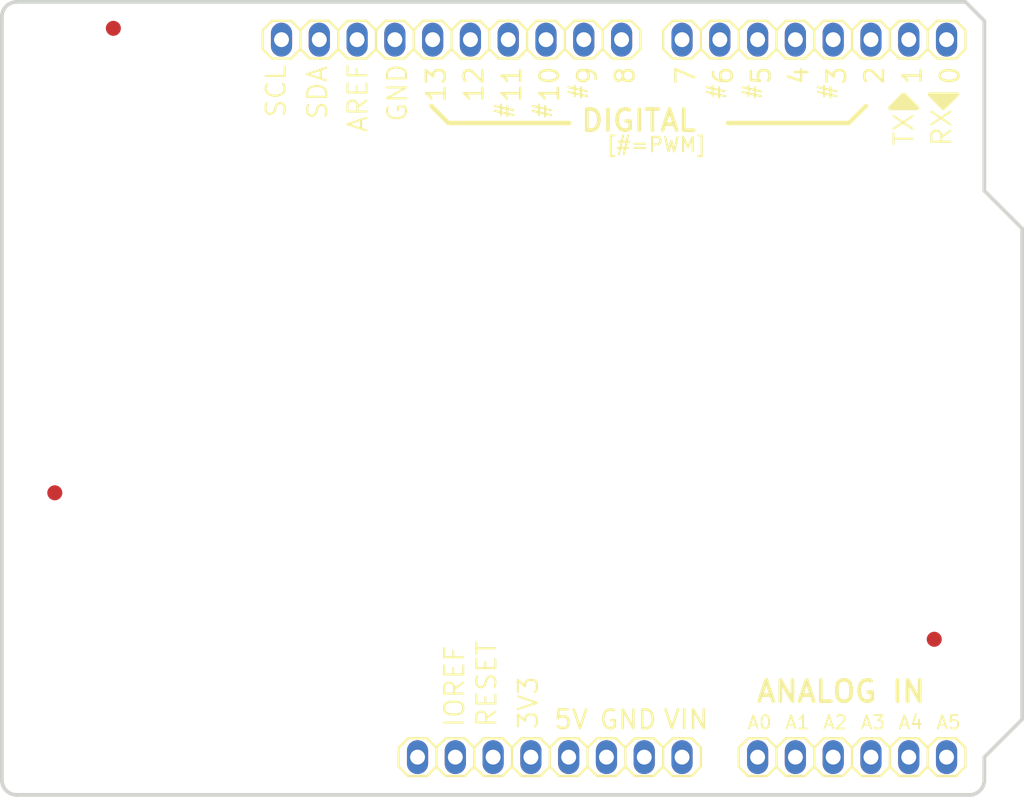
<source format=kicad_pcb>
(kicad_pcb (version 20241229) (generator "pcbnew") (generator_version "9.0")
  (layers (0 "F.Cu" signal) (2 "B.Cu" signal) (13 "F.Paste" user) (15 "B.Paste" user) (5 "F.SilkS" user "F.Silkscreen") (7 "B.SilkS" user "B.Silkscreen") (1 "F.Mask" user) (3 "B.Mask" user) (25 "Edge.Cuts" user))
  (net 0 "")
  (net 1 "/A5")
  (net 2 "/GND")
  (net 3 "/A3")
  (net 4 "/A0")
  (net 5 "/A2")
  (net 6 "/A4")
  (net 7 "/+5V")
  (net 9 "/RESET")
  (net 10 "/IOREF")
  (net 11 "/+3V3")
  (net 12 "/VIN")
  (net 13 "/A1")
  (net 14 "/D10~")
  (net 15 "/D18{slash}SDA")
  (net 16 "/D13")
  (net 17 "/D19{slash}SCL")
  (net 18 "/D11~")
  (net 19 "/D9~")
  (net 20 "/D12")
  (net 21 "/AREF")
  (net 22 "/D8")
  (net 23 "/D7")
  (net 24 "/D0{slash}RX")
  (net 25 "/D3~")
  (net 26 "/D4")
  (net 27 "/D2")
  (net 28 "/D5~")
  (net 29 "/D1{slash}TX")
  (net 30 "/D6~")
  (footprint "Arduino-Ethernet-Shield2-V2:dummyfp2" (layer "F.Cu") (at 86.24 34.327)
    (property "Reference" "UNK_HOLE_2" (hide yes))
    (property "Value" "")
    (pad "" np_thru_hole circle (at 0 0) (size 3.2 3.2) (drill 3.2) (layers "*.Cu" "*.Mask"))
  )
  (footprint "arduino_shield:1X08-TH-PRESSFIT" (layer "F.Cu") (at 125.61 34.2 180)
    (property "Reference" "IOL0" (hide yes))
    (property "Value" "SSQ-108-04-F-S" (hide yes))
    (fp_line (start 10.16 0.635) (end 9.525 1.27) (stroke (width 0.1524)) (layer "F.SilkS"))
    (fp_line (start 10.16 -0.635) (end 10.16 0.635) (stroke (width 0.1524)) (layer "F.SilkS"))
    (fp_line (start 9.525 1.27) (end 8.255 1.27) (stroke (width 0.1524)) (layer "F.SilkS"))
    (fp_line (start 9.525 -1.27) (end 10.16 -0.635) (stroke (width 0.1524)) (layer "F.SilkS"))
    (fp_line (start 8.255 -1.27) (end 9.525 -1.27) (stroke (width 0.1524)) (layer "F.SilkS"))
    (fp_line (start 8.255 -1.27) (end 7.62 -0.635) (stroke (width 0.1524)) (layer "F.SilkS"))
    (fp_line (start 7.62 0.635) (end 8.255 1.27) (stroke (width 0.1524)) (layer "F.SilkS"))
    (fp_line (start 7.62 0.635) (end 6.985 1.27) (stroke (width 0.1524)) (layer "F.SilkS"))
    (fp_line (start 7.62 -0.635) (end 7.62 0.635) (stroke (width 0.1524)) (layer "F.SilkS"))
    (fp_line (start 6.985 1.27) (end 5.715 1.27) (stroke (width 0.1524)) (layer "F.SilkS"))
    (fp_line (start 6.985 -1.27) (end 7.62 -0.635) (stroke (width 0.1524)) (layer "F.SilkS"))
    (fp_line (start 5.715 -1.27) (end 6.985 -1.27) (stroke (width 0.1524)) (layer "F.SilkS"))
    (fp_line (start 5.715 -1.27) (end 5.08 -0.635) (stroke (width 0.1524)) (layer "F.SilkS"))
    (fp_line (start 5.08 0.635) (end 5.715 1.27) (stroke (width 0.1524)) (layer "F.SilkS"))
    (fp_line (start 5.08 0.635) (end 4.445 1.27) (stroke (width 0.1524)) (layer "F.SilkS"))
    (fp_line (start 5.08 -0.635) (end 5.08 0.635) (stroke (width 0.1524)) (layer "F.SilkS"))
    (fp_line (start 4.445 1.27) (end 3.175 1.27) (stroke (width 0.1524)) (layer "F.SilkS"))
    (fp_line (start 4.445 -1.27) (end 5.08 -0.635) (stroke (width 0.1524)) (layer "F.SilkS"))
    (fp_line (start 3.175 1.27) (end 2.54 0.635) (stroke (width 0.1524)) (layer "F.SilkS"))
    (fp_line (start 3.175 -1.27) (end 4.445 -1.27) (stroke (width 0.1524)) (layer "F.SilkS"))
    (fp_line (start 2.54 0.635) (end 1.905 1.27) (stroke (width 0.1524)) (layer "F.SilkS"))
    (fp_line (start 2.54 -0.635) (end 3.175 -1.27) (stroke (width 0.1524)) (layer "F.SilkS"))
    (fp_line (start 2.54 -0.635) (end 2.54 0.635) (stroke (width 0.1524)) (layer "F.SilkS"))
    (fp_line (start 1.905 1.27) (end 0.635 1.27) (stroke (width 0.1524)) (layer "F.SilkS"))
    (fp_line (start 1.905 -1.27) (end 2.54 -0.635) (stroke (width 0.1524)) (layer "F.SilkS"))
    (fp_line (start 0.635 1.27) (end 0 0.635) (stroke (width 0.1524)) (layer "F.SilkS"))
    (fp_line (start 0.635 -1.27) (end 1.905 -1.27) (stroke (width 0.1524)) (layer "F.SilkS"))
    (fp_line (start 0 0.635) (end -0.635 1.27) (stroke (width 0.1524)) (layer "F.SilkS"))
    (fp_line (start 0 -0.635) (end 0.635 -1.27) (stroke (width 0.1524)) (layer "F.SilkS"))
    (fp_line (start 0 -0.635) (end 0 0.635) (stroke (width 0.1524)) (layer "F.SilkS"))
    (fp_line (start -0.635 1.27) (end -1.905 1.27) (stroke (width 0.1524)) (layer "F.SilkS"))
    (fp_line (start -0.635 -1.27) (end 0 -0.635) (stroke (width 0.1524)) (layer "F.SilkS"))
    (fp_line (start -1.905 -1.27) (end -0.635 -1.27) (stroke (width 0.1524)) (layer "F.SilkS"))
    (fp_line (start -1.905 -1.27) (end -2.54 -0.635) (stroke (width 0.1524)) (layer "F.SilkS"))
    (fp_line (start -2.54 0.635) (end -1.905 1.27) (stroke (width 0.1524)) (layer "F.SilkS"))
    (fp_line (start -2.54 0.635) (end -3.175 1.27) (stroke (width 0.1524)) (layer "F.SilkS"))
    (fp_line (start -2.54 -0.635) (end -2.54 0.635) (stroke (width 0.1524)) (layer "F.SilkS"))
    (fp_line (start -3.175 1.27) (end -4.445 1.27) (stroke (width 0.1524)) (layer "F.SilkS"))
    (fp_line (start -3.175 -1.27) (end -2.54 -0.635) (stroke (width 0.1524)) (layer "F.SilkS"))
    (fp_line (start -4.445 1.27) (end -5.08 0.635) (stroke (width 0.1524)) (layer "F.SilkS"))
    (fp_line (start -4.445 -1.27) (end -3.175 -1.27) (stroke (width 0.1524)) (layer "F.SilkS"))
    (fp_line (start -5.08 0.635) (end -5.715 1.27) (stroke (width 0.1524)) (layer "F.SilkS"))
    (fp_line (start -5.08 -0.635) (end -4.445 -1.27) (stroke (width 0.1524)) (layer "F.SilkS"))
    (fp_line (start -5.08 -0.635) (end -5.08 0.635) (stroke (width 0.1524)) (layer "F.SilkS"))
    (fp_line (start -5.715 1.27) (end -6.985 1.27) (stroke (width 0.1524)) (layer "F.SilkS"))
    (fp_line (start -5.715 -1.27) (end -5.08 -0.635) (stroke (width 0.1524)) (layer "F.SilkS"))
    (fp_line (start -6.985 1.27) (end -7.62 0.635) (stroke (width 0.1524)) (layer "F.SilkS"))
    (fp_line (start -6.985 -1.27) (end -5.715 -1.27) (stroke (width 0.1524)) (layer "F.SilkS"))
    (fp_line (start -7.62 0.635) (end -8.255 1.27) (stroke (width 0.1524)) (layer "F.SilkS"))
    (fp_line (start -7.62 -0.635) (end -6.985 -1.27) (stroke (width 0.1524)) (layer "F.SilkS"))
    (fp_line (start -7.62 -0.635) (end -7.62 0.635) (stroke (width 0.1524)) (layer "F.SilkS"))
    (fp_line (start -8.255 1.27) (end -9.525 1.27) (stroke (width 0.1524)) (layer "F.SilkS"))
    (fp_line (start -8.255 -1.27) (end -7.62 -0.635) (stroke (width 0.1524)) (layer "F.SilkS"))
    (fp_line (start -9.525 -1.27) (end -8.255 -1.27) (stroke (width 0.1524)) (layer "F.SilkS"))
    (fp_line (start -9.525 -1.27) (end -10.16 -0.635) (stroke (width 0.1524)) (layer "F.SilkS"))
    (fp_line (start -10.16 0.635) (end -9.525 1.27) (stroke (width 0.1524)) (layer "F.SilkS"))
    (fp_line (start -10.16 -0.635) (end -10.16 0.635) (stroke (width 0.1524)) (layer "F.SilkS"))
    (pad "1" thru_hole oval (at -8.89 0 270) (size 2.27584 1.4224) (drill 1) (layers "*.Cu" "*.Mask") (net 24 "/D0{slash}RX"))
    (pad "2" thru_hole oval (at -6.35 0 270) (size 2.27584 1.4224) (drill 1) (layers "*.Cu" "*.Mask") (net 29 "/D1{slash}TX"))
    (pad "3" thru_hole oval (at -3.81 0 270) (size 2.27584 1.4224) (drill 1) (layers "*.Cu" "*.Mask") (net 27 "/D2"))
    (pad "4" thru_hole oval (at -1.27 0 270) (size 2.27584 1.4224) (drill 1) (layers "*.Cu" "*.Mask") (net 25 "/D3~"))
    (pad "5" thru_hole oval (at 1.27 0 270) (size 2.27584 1.4224) (drill 1) (layers "*.Cu" "*.Mask") (net 26 "/D4"))
    (pad "6" thru_hole oval (at 3.81 0 270) (size 2.27584 1.4224) (drill 1) (layers "*.Cu" "*.Mask") (net 28 "/D5~"))
    (pad "7" thru_hole oval (at 6.35 0 270) (size 2.27584 1.4224) (drill 1) (layers "*.Cu" "*.Mask") (net 30 "/D6~"))
    (pad "8" thru_hole oval (at 8.89 0 270) (size 2.27584 1.4224) (drill 1) (layers "*.Cu" "*.Mask") (net 23 "/D7"))
  )
  (footprint "Arduino-Ethernet-Shield2-V2:FIDUCIA-MOUNT" (layer "F.Cu") (at 78.493 33.438)
    (property "Reference" "FID3" (hide yes))
    (property "Value" "FIDUCIALMOUNT" (hide yes))
    (pad "P$1" smd roundrect (at 0 0) (size 1.016 1.016) (layers "F.Cu" "F.Mask" "F.Paste") (roundrect_rratio 0.5))
  )
  (footprint "Arduino-Ethernet-Shield2-V2:dummyfp0" (layer "F.Cu") (at 137.04 49.44)
    (property "Reference" "UNK_HOLE_0" (hide yes))
    (property "Value" "")
    (pad "" np_thru_hole circle (at 0 0) (size 3.2 3.2) (drill 3.2) (layers "*.Cu" "*.Mask"))
  )
  (footprint "Arduino-Ethernet-Shield2-V2:dummyfp1" (layer "F.Cu") (at 137.04 77.38)
    (property "Reference" "UNK_HOLE_1" (hide yes))
    (property "Value" "")
    (pad "" np_thru_hole circle (at 0 0) (size 3.2 3.2) (drill 3.2) (layers "*.Cu" "*.Mask"))
  )
  (footprint "Arduino-Ethernet-Shield2-V2:FIDUCIA-MOUNT" (layer "F.Cu") (at 133.674 74.532)
    (property "Reference" "FID2" (hide yes))
    (property "Value" "FIDUCIALMOUNT" (hide yes))
    (pad "P$1" smd roundrect (at 0 0) (size 1.016 1.016) (layers "F.Cu" "F.Mask" "F.Paste") (roundrect_rratio 0.5))
  )
  (footprint "Arduino-Ethernet-Shield2-V2:FIDUCIA-MOUNT" (layer "F.Cu") (at 74.556 64.68)
    (property "Reference" "FID4" (hide yes))
    (property "Value" "FIDUCIALMOUNT" (hide yes))
    (pad "P$1" smd roundrect (at 0 0) (size 1.016 1.016) (layers "F.Cu" "F.Mask" "F.Paste") (roundrect_rratio 0.5))
  )
  (footprint "arduino_shield:1X08-TH-PRESSFIT" (layer "F.Cu") (at 107.83 82.46 180)
    (property "Reference" "POWER0" (hide yes))
    (property "Value" "SSQ-108-04-F-S" (hide yes))
    (fp_line (start 10.16 0.635) (end 9.525 1.27) (stroke (width 0.1524)) (layer "F.SilkS"))
    (fp_line (start 10.16 -0.635) (end 10.16 0.635) (stroke (width 0.1524)) (layer "F.SilkS"))
    (fp_line (start 9.525 1.27) (end 8.255 1.27) (stroke (width 0.1524)) (layer "F.SilkS"))
    (fp_line (start 9.525 -1.27) (end 10.16 -0.635) (stroke (width 0.1524)) (layer "F.SilkS"))
    (fp_line (start 8.255 -1.27) (end 9.525 -1.27) (stroke (width 0.1524)) (layer "F.SilkS"))
    (fp_line (start 8.255 -1.27) (end 7.62 -0.635) (stroke (width 0.1524)) (layer "F.SilkS"))
    (fp_line (start 7.62 0.635) (end 8.255 1.27) (stroke (width 0.1524)) (layer "F.SilkS"))
    (fp_line (start 7.62 0.635) (end 6.985 1.27) (stroke (width 0.1524)) (layer "F.SilkS"))
    (fp_line (start 7.62 -0.635) (end 7.62 0.635) (stroke (width 0.1524)) (layer "F.SilkS"))
    (fp_line (start 6.985 1.27) (end 5.715 1.27) (stroke (width 0.1524)) (layer "F.SilkS"))
    (fp_line (start 6.985 -1.27) (end 7.62 -0.635) (stroke (width 0.1524)) (layer "F.SilkS"))
    (fp_line (start 5.715 -1.27) (end 6.985 -1.27) (stroke (width 0.1524)) (layer "F.SilkS"))
    (fp_line (start 5.715 -1.27) (end 5.08 -0.635) (stroke (width 0.1524)) (layer "F.SilkS"))
    (fp_line (start 5.08 0.635) (end 5.715 1.27) (stroke (width 0.1524)) (layer "F.SilkS"))
    (fp_line (start 5.08 0.635) (end 4.445 1.27) (stroke (width 0.1524)) (layer "F.SilkS"))
    (fp_line (start 5.08 -0.635) (end 5.08 0.635) (stroke (width 0.1524)) (layer "F.SilkS"))
    (fp_line (start 4.445 1.27) (end 3.175 1.27) (stroke (width 0.1524)) (layer "F.SilkS"))
    (fp_line (start 4.445 -1.27) (end 5.08 -0.635) (stroke (width 0.1524)) (layer "F.SilkS"))
    (fp_line (start 3.175 1.27) (end 2.54 0.635) (stroke (width 0.1524)) (layer "F.SilkS"))
    (fp_line (start 3.175 -1.27) (end 4.445 -1.27) (stroke (width 0.1524)) (layer "F.SilkS"))
    (fp_line (start 2.54 0.635) (end 1.905 1.27) (stroke (width 0.1524)) (layer "F.SilkS"))
    (fp_line (start 2.54 -0.635) (end 3.175 -1.27) (stroke (width 0.1524)) (layer "F.SilkS"))
    (fp_line (start 2.54 -0.635) (end 2.54 0.635) (stroke (width 0.1524)) (layer "F.SilkS"))
    (fp_line (start 1.905 1.27) (end 0.635 1.27) (stroke (width 0.1524)) (layer "F.SilkS"))
    (fp_line (start 1.905 -1.27) (end 2.54 -0.635) (stroke (width 0.1524)) (layer "F.SilkS"))
    (fp_line (start 0.635 1.27) (end 0 0.635) (stroke (width 0.1524)) (layer "F.SilkS"))
    (fp_line (start 0.635 -1.27) (end 1.905 -1.27) (stroke (width 0.1524)) (layer "F.SilkS"))
    (fp_line (start 0 0.635) (end -0.635 1.27) (stroke (width 0.1524)) (layer "F.SilkS"))
    (fp_line (start 0 -0.635) (end 0.635 -1.27) (stroke (width 0.1524)) (layer "F.SilkS"))
    (fp_line (start 0 -0.635) (end 0 0.635) (stroke (width 0.1524)) (layer "F.SilkS"))
    (fp_line (start -0.635 1.27) (end -1.905 1.27) (stroke (width 0.1524)) (layer "F.SilkS"))
    (fp_line (start -0.635 -1.27) (end 0 -0.635) (stroke (width 0.1524)) (layer "F.SilkS"))
    (fp_line (start -1.905 -1.27) (end -0.635 -1.27) (stroke (width 0.1524)) (layer "F.SilkS"))
    (fp_line (start -1.905 -1.27) (end -2.54 -0.635) (stroke (width 0.1524)) (layer "F.SilkS"))
    (fp_line (start -2.54 0.635) (end -1.905 1.27) (stroke (width 0.1524)) (layer "F.SilkS"))
    (fp_line (start -2.54 0.635) (end -3.175 1.27) (stroke (width 0.1524)) (layer "F.SilkS"))
    (fp_line (start -2.54 -0.635) (end -2.54 0.635) (stroke (width 0.1524)) (layer "F.SilkS"))
    (fp_line (start -3.175 1.27) (end -4.445 1.27) (stroke (width 0.1524)) (layer "F.SilkS"))
    (fp_line (start -3.175 -1.27) (end -2.54 -0.635) (stroke (width 0.1524)) (layer "F.SilkS"))
    (fp_line (start -4.445 1.27) (end -5.08 0.635) (stroke (width 0.1524)) (layer "F.SilkS"))
    (fp_line (start -4.445 -1.27) (end -3.175 -1.27) (stroke (width 0.1524)) (layer "F.SilkS"))
    (fp_line (start -5.08 0.635) (end -5.715 1.27) (stroke (width 0.1524)) (layer "F.SilkS"))
    (fp_line (start -5.08 -0.635) (end -4.445 -1.27) (stroke (width 0.1524)) (layer "F.SilkS"))
    (fp_line (start -5.08 -0.635) (end -5.08 0.635) (stroke (width 0.1524)) (layer "F.SilkS"))
    (fp_line (start -5.715 1.27) (end -6.985 1.27) (stroke (width 0.1524)) (layer "F.SilkS"))
    (fp_line (start -5.715 -1.27) (end -5.08 -0.635) (stroke (width 0.1524)) (layer "F.SilkS"))
    (fp_line (start -6.985 1.27) (end -7.62 0.635) (stroke (width 0.1524)) (layer "F.SilkS"))
    (fp_line (start -6.985 -1.27) (end -5.715 -1.27) (stroke (width 0.1524)) (layer "F.SilkS"))
    (fp_line (start -7.62 0.635) (end -8.255 1.27) (stroke (width 0.1524)) (layer "F.SilkS"))
    (fp_line (start -7.62 -0.635) (end -6.985 -1.27) (stroke (width 0.1524)) (layer "F.SilkS"))
    (fp_line (start -7.62 -0.635) (end -7.62 0.635) (stroke (width 0.1524)) (layer "F.SilkS"))
    (fp_line (start -8.255 1.27) (end -9.525 1.27) (stroke (width 0.1524)) (layer "F.SilkS"))
    (fp_line (start -8.255 -1.27) (end -7.62 -0.635) (stroke (width 0.1524)) (layer "F.SilkS"))
    (fp_line (start -9.525 -1.27) (end -8.255 -1.27) (stroke (width 0.1524)) (layer "F.SilkS"))
    (fp_line (start -9.525 -1.27) (end -10.16 -0.635) (stroke (width 0.1524)) (layer "F.SilkS"))
    (fp_line (start -10.16 0.635) (end -9.525 1.27) (stroke (width 0.1524)) (layer "F.SilkS"))
    (fp_line (start -10.16 -0.635) (end -10.16 0.635) (stroke (width 0.1524)) (layer "F.SilkS"))
    (pad "1" thru_hole oval (at -8.89 0 270) (size 2.27584 1.4224) (drill 1) (layers "*.Cu" "*.Mask") (net 12 "/VIN"))
    (pad "2" thru_hole oval (at -6.35 0 270) (size 2.27584 1.4224) (drill 1) (layers "*.Cu" "*.Mask") (net 2 "/GND"))
    (pad "3" thru_hole oval (at -3.81 0 270) (size 2.27584 1.4224) (drill 1) (layers "*.Cu" "*.Mask") (net 2 "/GND"))
    (pad "4" thru_hole oval (at -1.27 0 270) (size 2.27584 1.4224) (drill 1) (layers "*.Cu" "*.Mask") (net 7 "/+5V"))
    (pad "5" thru_hole oval (at 1.27 0 270) (size 2.27584 1.4224) (drill 1) (layers "*.Cu" "*.Mask") (net 11 "/+3V3"))
    (pad "6" thru_hole oval (at 3.81 0 270) (size 2.27584 1.4224) (drill 1) (layers "*.Cu" "*.Mask") (net 9 "/RESET"))
    (pad "7" thru_hole oval (at 6.35 0 270) (size 2.27584 1.4224) (drill 1) (layers "*.Cu" "*.Mask") (net 10 "/IOREF"))
    (pad "8" thru_hole oval (at 8.89 0 270) (size 2.27584 1.4224) (drill 1) (layers "*.Cu" "*.Mask"))
  )
  (footprint "arduino_shield:1X10-TH-PRESSFIT" (layer "F.Cu") (at 101.226 34.2 180)
    (property "Reference" "IOH0" (hide yes))
    (property "Value" "SSQ-110-04-F-S" (hide yes))
    (fp_line (start 12.7 0.635) (end 12.065 1.27) (stroke (width 0.1524)) (layer "F.SilkS"))
    (fp_line (start 12.7 -0.635) (end 12.7 0.635) (stroke (width 0.1524)) (layer "F.SilkS"))
    (fp_line (start 12.065 1.27) (end 10.795 1.27) (stroke (width 0.1524)) (layer "F.SilkS"))
    (fp_line (start 12.065 -1.27) (end 12.7 -0.635) (stroke (width 0.1524)) (layer "F.SilkS"))
    (fp_line (start 10.795 -1.27) (end 12.065 -1.27) (stroke (width 0.1524)) (layer "F.SilkS"))
    (fp_line (start 10.795 -1.27) (end 10.16 -0.635) (stroke (width 0.1524)) (layer "F.SilkS"))
    (fp_line (start 10.16 0.635) (end 10.795 1.27) (stroke (width 0.1524)) (layer "F.SilkS"))
    (fp_line (start 10.16 0.635) (end 9.525 1.27) (stroke (width 0.1524)) (layer "F.SilkS"))
    (fp_line (start 10.16 -0.635) (end 10.16 0.635) (stroke (width 0.1524)) (layer "F.SilkS"))
    (fp_line (start 9.525 1.27) (end 8.255 1.27) (stroke (width 0.1524)) (layer "F.SilkS"))
    (fp_line (start 9.525 -1.27) (end 10.16 -0.635) (stroke (width 0.1524)) (layer "F.SilkS"))
    (fp_line (start 8.255 1.27) (end 7.62 0.635) (stroke (width 0.1524)) (layer "F.SilkS"))
    (fp_line (start 8.255 -1.27) (end 9.525 -1.27) (stroke (width 0.1524)) (layer "F.SilkS"))
    (fp_line (start 7.62 0.635) (end 6.985 1.27) (stroke (width 0.1524)) (layer "F.SilkS"))
    (fp_line (start 7.62 -0.635) (end 8.255 -1.27) (stroke (width 0.1524)) (layer "F.SilkS"))
    (fp_line (start 7.62 -0.635) (end 7.62 0.635) (stroke (width 0.1524)) (layer "F.SilkS"))
    (fp_line (start 6.985 1.27) (end 5.715 1.27) (stroke (width 0.1524)) (layer "F.SilkS"))
    (fp_line (start 6.985 -1.27) (end 7.62 -0.635) (stroke (width 0.1524)) (layer "F.SilkS"))
    (fp_line (start 5.715 1.27) (end 5.08 0.635) (stroke (width 0.1524)) (layer "F.SilkS"))
    (fp_line (start 5.715 -1.27) (end 6.985 -1.27) (stroke (width 0.1524)) (layer "F.SilkS"))
    (fp_line (start 5.08 0.635) (end 4.445 1.27) (stroke (width 0.1524)) (layer "F.SilkS"))
    (fp_line (start 5.08 -0.635) (end 5.715 -1.27) (stroke (width 0.1524)) (layer "F.SilkS"))
    (fp_line (start 5.08 -0.635) (end 5.08 0.635) (stroke (width 0.1524)) (layer "F.SilkS"))
    (fp_line (start 4.445 1.27) (end 3.175 1.27) (stroke (width 0.1524)) (layer "F.SilkS"))
    (fp_line (start 4.445 -1.27) (end 5.08 -0.635) (stroke (width 0.1524)) (layer "F.SilkS"))
    (fp_line (start 3.175 -1.27) (end 4.445 -1.27) (stroke (width 0.1524)) (layer "F.SilkS"))
    (fp_line (start 3.175 -1.27) (end 2.54 -0.635) (stroke (width 0.1524)) (layer "F.SilkS"))
    (fp_line (start 2.54 0.635) (end 3.175 1.27) (stroke (width 0.1524)) (layer "F.SilkS"))
    (fp_line (start 2.54 0.635) (end 1.905 1.27) (stroke (width 0.1524)) (layer "F.SilkS"))
    (fp_line (start 2.54 -0.635) (end 2.54 0.635) (stroke (width 0.1524)) (layer "F.SilkS"))
    (fp_line (start 1.905 1.27) (end 0.635 1.27) (stroke (width 0.1524)) (layer "F.SilkS"))
    (fp_line (start 1.905 -1.27) (end 2.54 -0.635) (stroke (width 0.1524)) (layer "F.SilkS"))
    (fp_line (start 0.635 1.27) (end 0 0.635) (stroke (width 0.1524)) (layer "F.SilkS"))
    (fp_line (start 0.635 -1.27) (end 1.905 -1.27) (stroke (width 0.1524)) (layer "F.SilkS"))
    (fp_line (start 0 0.635) (end -0.635 1.27) (stroke (width 0.1524)) (layer "F.SilkS"))
    (fp_line (start 0 -0.635) (end 0.635 -1.27) (stroke (width 0.1524)) (layer "F.SilkS"))
    (fp_line (start 0 -0.635) (end 0 0.635) (stroke (width 0.1524)) (layer "F.SilkS"))
    (fp_line (start -0.635 1.27) (end -1.905 1.27) (stroke (width 0.1524)) (layer "F.SilkS"))
    (fp_line (start -0.635 -1.27) (end 0 -0.635) (stroke (width 0.1524)) (layer "F.SilkS"))
    (fp_line (start -1.905 1.27) (end -2.54 0.635) (stroke (width 0.1524)) (layer "F.SilkS"))
    (fp_line (start -1.905 -1.27) (end -0.635 -1.27) (stroke (width 0.1524)) (layer "F.SilkS"))
    (fp_line (start -2.54 0.635) (end -3.175 1.27) (stroke (width 0.1524)) (layer "F.SilkS"))
    (fp_line (start -2.54 -0.635) (end -1.905 -1.27) (stroke (width 0.1524)) (layer "F.SilkS"))
    (fp_line (start -2.54 -0.635) (end -2.54 0.635) (stroke (width 0.1524)) (layer "F.SilkS"))
    (fp_line (start -3.175 1.27) (end -4.445 1.27) (stroke (width 0.1524)) (layer "F.SilkS"))
    (fp_line (start -3.175 -1.27) (end -2.54 -0.635) (stroke (width 0.1524)) (layer "F.SilkS"))
    (fp_line (start -4.445 -1.27) (end -3.175 -1.27) (stroke (width 0.1524)) (layer "F.SilkS"))
    (fp_line (start -4.445 -1.27) (end -5.08 -0.635) (stroke (width 0.1524)) (layer "F.SilkS"))
    (fp_line (start -5.08 0.635) (end -4.445 1.27) (stroke (width 0.1524)) (layer "F.SilkS"))
    (fp_line (start -5.08 0.635) (end -5.715 1.27) (stroke (width 0.1524)) (layer "F.SilkS"))
    (fp_line (start -5.08 -0.635) (end -5.08 0.635) (stroke (width 0.1524)) (layer "F.SilkS"))
    (fp_line (start -5.715 1.27) (end -6.985 1.27) (stroke (width 0.1524)) (layer "F.SilkS"))
    (fp_line (start -5.715 -1.27) (end -5.08 -0.635) (stroke (width 0.1524)) (layer "F.SilkS"))
    (fp_line (start -6.985 1.27) (end -7.62 0.635) (stroke (width 0.1524)) (layer "F.SilkS"))
    (fp_line (start -6.985 -1.27) (end -5.715 -1.27) (stroke (width 0.1524)) (layer "F.SilkS"))
    (fp_line (start -7.62 0.635) (end -8.255 1.27) (stroke (width 0.1524)) (layer "F.SilkS"))
    (fp_line (start -7.62 -0.635) (end -6.985 -1.27) (stroke (width 0.1524)) (layer "F.SilkS"))
    (fp_line (start -7.62 -0.635) (end -7.62 0.635) (stroke (width 0.1524)) (layer "F.SilkS"))
    (fp_line (start -8.255 1.27) (end -9.525 1.27) (stroke (width 0.1524)) (layer "F.SilkS"))
    (fp_line (start -8.255 -1.27) (end -7.62 -0.635) (stroke (width 0.1524)) (layer "F.SilkS"))
    (fp_line (start -9.525 1.27) (end -10.16 0.635) (stroke (width 0.1524)) (layer "F.SilkS"))
    (fp_line (start -9.525 -1.27) (end -8.255 -1.27) (stroke (width 0.1524)) (layer "F.SilkS"))
    (fp_line (start -10.16 0.635) (end -10.795 1.27) (stroke (width 0.1524)) (layer "F.SilkS"))
    (fp_line (start -10.16 -0.635) (end -9.525 -1.27) (stroke (width 0.1524)) (layer "F.SilkS"))
    (fp_line (start -10.16 -0.635) (end -10.16 0.635) (stroke (width 0.1524)) (layer "F.SilkS"))
    (fp_line (start -10.795 1.27) (end -12.065 1.27) (stroke (width 0.1524)) (layer "F.SilkS"))
    (fp_line (start -10.795 -1.27) (end -10.16 -0.635) (stroke (width 0.1524)) (layer "F.SilkS"))
    (fp_line (start -12.065 -1.27) (end -10.795 -1.27) (stroke (width 0.1524)) (layer "F.SilkS"))
    (fp_line (start -12.065 -1.27) (end -12.7 -0.635) (stroke (width 0.1524)) (layer "F.SilkS"))
    (fp_line (start -12.7 0.635) (end -12.065 1.27) (stroke (width 0.1524)) (layer "F.SilkS"))
    (fp_line (start -12.7 -0.635) (end -12.7 0.635) (stroke (width 0.1524)) (layer "F.SilkS"))
    (pad "1" thru_hole oval (at -11.43 0 270) (size 2.27584 1.4224) (drill 1) (layers "*.Cu" "*.Mask") (net 22 "/D8"))
    (pad "2" thru_hole oval (at -8.89 0 270) (size 2.27584 1.4224) (drill 1) (layers "*.Cu" "*.Mask") (net 19 "/D9~"))
    (pad "3" thru_hole oval (at -6.35 0 270) (size 2.27584 1.4224) (drill 1) (layers "*.Cu" "*.Mask") (net 14 "/D10~"))
    (pad "4" thru_hole oval (at -3.81 0 270) (size 2.27584 1.4224) (drill 1) (layers "*.Cu" "*.Mask") (net 18 "/D11~"))
    (pad "5" thru_hole oval (at -1.27 0 270) (size 2.27584 1.4224) (drill 1) (layers "*.Cu" "*.Mask") (net 20 "/D12"))
    (pad "6" thru_hole oval (at 1.27 0 270) (size 2.27584 1.4224) (drill 1) (layers "*.Cu" "*.Mask") (net 16 "/D13"))
    (pad "7" thru_hole oval (at 3.81 0 270) (size 2.27584 1.4224) (drill 1) (layers "*.Cu" "*.Mask") (net 2 "/GND"))
    (pad "8" thru_hole oval (at 6.35 0 270) (size 2.27584 1.4224) (drill 1) (layers "*.Cu" "*.Mask") (net 21 "/AREF"))
    (pad "9" thru_hole oval (at 8.89 0 270) (size 2.27584 1.4224) (drill 1) (layers "*.Cu" "*.Mask") (net 15 "/D18{slash}SDA"))
    (pad "10" thru_hole oval (at 11.43 0 270) (size 2.27584 1.4224) (drill 1) (layers "*.Cu" "*.Mask") (net 17 "/D19{slash}SCL"))
  )
  (footprint "Arduino-Ethernet-Shield2-V2:dummyfp3" (layer "F.Cu") (at 84.97 82.46)
    (property "Reference" "UNK_HOLE_3" (hide yes))
    (property "Value" "")
    (pad "" np_thru_hole circle (at 0 0) (size 3.2 3.2) (drill 3.2) (layers "*.Cu" "*.Mask"))
  )
  (footprint "arduino_shield:1X06-TH-PRESSFIT" (layer "F.Cu") (at 128.15 82.46 180)
    (property "Reference" "AD0" (hide yes))
    (property "Value" "SSQ-106-04-F-S" (hide yes))
    (fp_line (start 7.62 0.635) (end 6.985 1.27) (stroke (width 0.1524)) (layer "F.SilkS"))
    (fp_line (start 7.62 -0.635) (end 7.62 0.635) (stroke (width 0.1524)) (layer "F.SilkS"))
    (fp_line (start 6.985 1.27) (end 5.715 1.27) (stroke (width 0.1524)) (layer "F.SilkS"))
    (fp_line (start 6.985 -1.27) (end 7.62 -0.635) (stroke (width 0.1524)) (layer "F.SilkS"))
    (fp_line (start 5.715 1.27) (end 5.08 0.635) (stroke (width 0.1524)) (layer "F.SilkS"))
    (fp_line (start 5.715 -1.27) (end 6.985 -1.27) (stroke (width 0.1524)) (layer "F.SilkS"))
    (fp_line (start 5.08 0.635) (end 4.445 1.27) (stroke (width 0.1524)) (layer "F.SilkS"))
    (fp_line (start 5.08 -0.635) (end 5.715 -1.27) (stroke (width 0.1524)) (layer "F.SilkS"))
    (fp_line (start 5.08 -0.635) (end 5.08 0.635) (stroke (width 0.1524)) (layer "F.SilkS"))
    (fp_line (start 4.445 1.27) (end 3.175 1.27) (stroke (width 0.1524)) (layer "F.SilkS"))
    (fp_line (start 4.445 -1.27) (end 5.08 -0.635) (stroke (width 0.1524)) (layer "F.SilkS"))
    (fp_line (start 3.175 1.27) (end 2.54 0.635) (stroke (width 0.1524)) (layer "F.SilkS"))
    (fp_line (start 3.175 -1.27) (end 4.445 -1.27) (stroke (width 0.1524)) (layer "F.SilkS"))
    (fp_line (start 2.54 0.635) (end 1.905 1.27) (stroke (width 0.1524)) (layer "F.SilkS"))
    (fp_line (start 2.54 -0.635) (end 3.175 -1.27) (stroke (width 0.1524)) (layer "F.SilkS"))
    (fp_line (start 2.54 -0.635) (end 2.54 0.635) (stroke (width 0.1524)) (layer "F.SilkS"))
    (fp_line (start 1.905 1.27) (end 0.635 1.27) (stroke (width 0.1524)) (layer "F.SilkS"))
    (fp_line (start 1.905 -1.27) (end 2.54 -0.635) (stroke (width 0.1524)) (layer "F.SilkS"))
    (fp_line (start 0.635 -1.27) (end 1.905 -1.27) (stroke (width 0.1524)) (layer "F.SilkS"))
    (fp_line (start 0.635 -1.27) (end 0 -0.635) (stroke (width 0.1524)) (layer "F.SilkS"))
    (fp_line (start 0 0.635) (end 0.635 1.27) (stroke (width 0.1524)) (layer "F.SilkS"))
    (fp_line (start 0 0.635) (end -0.635 1.27) (stroke (width 0.1524)) (layer "F.SilkS"))
    (fp_line (start 0 -0.635) (end 0 0.635) (stroke (width 0.1524)) (layer "F.SilkS"))
    (fp_line (start -0.635 1.27) (end -1.905 1.27) (stroke (width 0.1524)) (layer "F.SilkS"))
    (fp_line (start -0.635 -1.27) (end 0 -0.635) (stroke (width 0.1524)) (layer "F.SilkS"))
    (fp_line (start -1.905 1.27) (end -2.54 0.635) (stroke (width 0.1524)) (layer "F.SilkS"))
    (fp_line (start -1.905 -1.27) (end -0.635 -1.27) (stroke (width 0.1524)) (layer "F.SilkS"))
    (fp_line (start -2.54 0.635) (end -3.175 1.27) (stroke (width 0.1524)) (layer "F.SilkS"))
    (fp_line (start -2.54 -0.635) (end -1.905 -1.27) (stroke (width 0.1524)) (layer "F.SilkS"))
    (fp_line (start -2.54 -0.635) (end -2.54 0.635) (stroke (width 0.1524)) (layer "F.SilkS"))
    (fp_line (start -3.175 1.27) (end -4.445 1.27) (stroke (width 0.1524)) (layer "F.SilkS"))
    (fp_line (start -3.175 -1.27) (end -2.54 -0.635) (stroke (width 0.1524)) (layer "F.SilkS"))
    (fp_line (start -4.445 1.27) (end -5.08 0.635) (stroke (width 0.1524)) (layer "F.SilkS"))
    (fp_line (start -4.445 -1.27) (end -3.175 -1.27) (stroke (width 0.1524)) (layer "F.SilkS"))
    (fp_line (start -5.08 0.635) (end -5.715 1.27) (stroke (width 0.1524)) (layer "F.SilkS"))
    (fp_line (start -5.08 -0.635) (end -4.445 -1.27) (stroke (width 0.1524)) (layer "F.SilkS"))
    (fp_line (start -5.08 -0.635) (end -5.08 0.635) (stroke (width 0.1524)) (layer "F.SilkS"))
    (fp_line (start -5.715 1.27) (end -6.985 1.27) (stroke (width 0.1524)) (layer "F.SilkS"))
    (fp_line (start -5.715 -1.27) (end -5.08 -0.635) (stroke (width 0.1524)) (layer "F.SilkS"))
    (fp_line (start -6.985 -1.27) (end -5.715 -1.27) (stroke (width 0.1524)) (layer "F.SilkS"))
    (fp_line (start -6.985 -1.27) (end -7.62 -0.635) (stroke (width 0.1524)) (layer "F.SilkS"))
    (fp_line (start -7.62 0.635) (end -6.985 1.27) (stroke (width 0.1524)) (layer "F.SilkS"))
    (fp_line (start -7.62 -0.635) (end -7.62 0.635) (stroke (width 0.1524)) (layer "F.SilkS"))
    (pad "1" thru_hole oval (at -6.35 0 270) (size 2.27584 1.4224) (drill 1) (layers "*.Cu" "*.Mask") (net 1 "/A5"))
    (pad "2" thru_hole oval (at -3.81 0 270) (size 2.27584 1.4224) (drill 1) (layers "*.Cu" "*.Mask") (net 6 "/A4"))
    (pad "3" thru_hole oval (at -1.27 0 270) (size 2.27584 1.4224) (drill 1) (layers "*.Cu" "*.Mask") (net 3 "/A3"))
    (pad "4" thru_hole oval (at 1.27 0 270) (size 2.27584 1.4224) (drill 1) (layers "*.Cu" "*.Mask") (net 5 "/A2"))
    (pad "5" thru_hole oval (at 3.81 0 270) (size 2.27584 1.4224) (drill 1) (layers "*.Cu" "*.Mask") (net 13 "/A1"))
    (pad "6" thru_hole oval (at 6.35 0 270) (size 2.27584 1.4224) (drill 1) (layers "*.Cu" "*.Mask") (net 4 "/A0"))
  )
  (gr_line (start 134.79515 38.027552) (end 134.28715 38.535552) (stroke (width 0.3048)) (layer "F.SilkS"))
  (gr_line (start 132.50915 38.789552) (end 131.62015 37.900552) (stroke (width 0.3048)) (layer "F.SilkS"))
  (gr_line (start 133.39815 37.900552) (end 134.28715 38.789552) (stroke (width 0.3048)) (layer "F.SilkS"))
  (gr_line (start 134.28715 38.281552) (end 134.28715 38.408552) (stroke (width 0.3048)) (layer "F.SilkS"))
  (gr_line (start 134.28715 38.535552) (end 133.90615 38.154552) (stroke (width 0.3048)) (layer "F.SilkS"))
  (gr_line (start 127.93715 39.805552) (end 119.80915 39.805552) (stroke (width 0.3048)) (layer "F.SilkS"))
  (gr_line (start 133.90615 38.154552) (end 134.41415 38.154552) (stroke (width 0.3048)) (layer "F.SilkS"))
  (gr_line (start 131.36615 38.662552) (end 131.74715 38.408552) (stroke (width 0.3048)) (layer "F.SilkS"))
  (gr_line (start 131.62015 38.154552) (end 132.12815 38.662552) (stroke (width 0.3048)) (layer "F.SilkS"))
  (gr_line (start 132.12815 38.662552) (end 131.36615 38.662552) (stroke (width 0.3048)) (layer "F.SilkS"))
  (gr_line (start 101.01315 39.805552) (end 99.87015 38.662552) (stroke (width 0.3048)) (layer "F.SilkS"))
  (gr_line (start 130.73115 38.789552) (end 132.50915 38.789552) (stroke (width 0.3048)) (layer "F.SilkS"))
  (gr_line (start 133.77915 38.027552) (end 134.79515 38.027552) (stroke (width 0.3048)) (layer "F.SilkS"))
  (gr_line (start 129.08015 38.662552) (end 127.93715 39.805552) (stroke (width 0.3048)) (layer "F.SilkS"))
  (gr_line (start 134.28715 38.789552) (end 135.17615 37.900552) (stroke (width 0.3048)) (layer "F.SilkS"))
  (gr_line (start 135.17615 37.900552) (end 133.39815 37.900552) (stroke (width 0.3048)) (layer "F.SilkS"))
  (gr_line (start 131.11215 38.662552) (end 131.62015 38.154552) (stroke (width 0.3048)) (layer "F.SilkS"))
  (gr_line (start 131.62015 37.900552) (end 130.73115 38.789552) (stroke (width 0.3048)) (layer "F.SilkS"))
  (gr_line (start 109.14115 39.805552) (end 101.01315 39.805552) (stroke (width 0.3048)) (layer "F.SilkS"))
  (gr_arc (start 137.04 84) (mid 136.747107 84.707107) (end 136.04 85) (stroke (width 0.254)) (layer "Edge.Cuts"))
  (gr_line (start 139.58 46.9) (end 137.04 44.36) (stroke (width 0.254)) (layer "Edge.Cuts"))
  (gr_line (start 71 32.66) (end 71 84) (stroke (width 0.254)) (layer "Edge.Cuts"))
  (gr_line (start 135.77 31.66) (end 72 31.66) (stroke (width 0.254)) (layer "Edge.Cuts"))
  (gr_line (start 137.04 84) (end 137.04 82.46) (stroke (width 0.254)) (layer "Edge.Cuts"))
  (gr_arc (start 71 32.66) (mid 71.292893 31.952893) (end 72 31.66) (stroke (width 0.254)) (layer "Edge.Cuts"))
  (gr_line (start 139.58 79.92) (end 139.58 46.9) (stroke (width 0.254)) (layer "Edge.Cuts"))
  (gr_line (start 137.04 82.46) (end 139.58 79.92) (stroke (width 0.254)) (layer "Edge.Cuts"))
  (gr_line (start 137.04 32.93) (end 135.77 31.66) (stroke (width 0.254)) (layer "Edge.Cuts"))
  (gr_line (start 72 85) (end 136.04 85) (stroke (width 0.254)) (layer "Edge.Cuts"))
  (gr_arc (start 72 85) (mid 71.292893 84.707107) (end 71 84) (stroke (width 0.254)) (layer "Edge.Cuts"))
  (gr_line (start 137.04 44.36) (end 137.04 32.93) (stroke (width 0.254)) (layer "Edge.Cuts"))
  (gr_text "3" (at 127.841768 37.322381 90) (layer "F.SilkS") (effects (font (size 1.251712 1.251712) (thickness 0.170688)) (justify left bottom)))
  (gr_text "1" (at 132.921768 37.322381 90) (layer "F.SilkS") (effects (font (size 1.251712 1.251712) (thickness 0.170688)) (justify left bottom)))
  (gr_text "10" (at 108.537768 38.514488 90) (layer "F.SilkS") (effects (font (size 1.251712 1.251712) (thickness 0.170688)) (justify left bottom)))
  (gr_text "IOREF" (at 102.174 80.532 90) (layer "F.SilkS") (effects (font (size 1.28016 1.28016) (thickness 0.14224)) (justify left bottom)))
  (gr_text "#" (at 121.96815 38.281552 90) (layer "F.SilkS") (effects (font (size 0.972312 0.972312) (thickness 0.145288)) (justify left bottom)))
  (gr_text "SCL" (at 90.174 39.532 90) (layer "F.SilkS") (effects (font (size 1.28016 1.28016) (thickness 0.14224)) (justify left bottom)))
  (gr_text "A3" (at 128.6676 80.6468 0) (layer "F.SilkS") (effects (font (size 0.89408 0.89408) (thickness 0.12192)) (justify left bottom)))
  (gr_text "#" (at 110.28415 38.281552 90) (layer "F.SilkS") (effects (font (size 0.972312 0.972312) (thickness 0.145288)) (justify left bottom)))
  (gr_text "GND" (at 111.0724 80.6722 0) (layer "F.SilkS") (effects (font (size 1.251712 1.251712) (thickness 0.170688)) (justify left bottom)))
  (gr_text "13" (at 100.917768 38.514488 90) (layer "F.SilkS") (effects (font (size 1.251712 1.251712) (thickness 0.170688)) (justify left bottom)))
  (gr_text "#" (at 105.33115 39.551552 90) (layer "F.SilkS") (effects (font (size 0.972312 0.972312) (thickness 0.145288)) (justify left bottom)))
  (gr_text "DIGITAL" (at 109.81255 40.476352 0) (layer "F.SilkS") (effects (font (size 1.42494 1.42494) (thickness 0.25146)) (justify left bottom)))
  (gr_text "7" (at 117.681768 37.322381 90) (layer "F.SilkS") (effects (font (size 1.251712 1.251712) (thickness 0.170688)) (justify left bottom)))
  (gr_text "5" (at 122.761768 37.322381 90) (layer "F.SilkS") (effects (font (size 1.251712 1.251712) (thickness 0.170688)) (justify left bottom)))
  (gr_text "VIN" (at 115.382 80.659 0) (layer "F.SilkS") (effects (font (size 1.251712 1.251712) (thickness 0.170688)) (justify left bottom)))
  (gr_text "AREF" (at 95.674 40.532 90) (layer "F.SilkS") (effects (font (size 1.28016 1.28016) (thickness 0.14224)) (justify left bottom)))
  (gr_text "A5" (at 133.7476 80.6468 0) (layer "F.SilkS") (effects (font (size 0.89408 0.89408) (thickness 0.12192)) (justify left bottom)))
  (gr_text "3V3" (at 107.127 80.659 90) (layer "F.SilkS") (effects (font (size 1.28016 1.28016) (thickness 0.14224)) (justify left bottom)))
  (gr_text "ANALOG IN" (at 121.605 78.881 0) (layer "F.SilkS") (effects (font (size 1.42494 1.42494) (thickness 0.25146)) (justify left bottom)))
  (gr_text "#" (at 107.87115 39.551552 90) (layer "F.SilkS") (effects (font (size 0.972312 0.972312) (thickness 0.145288)) (justify left bottom)))
  (gr_text "A0" (at 121.0476 80.6468 0) (layer "F.SilkS") (effects (font (size 0.89408 0.89408) (thickness 0.12192)) (justify left bottom)))
  (gr_text "#" (at 119.55515 38.281552 90) (layer "F.SilkS") (effects (font (size 0.972312 0.972312) (thickness 0.145288)) (justify left bottom)))
  (gr_text "GND" (at 98.3302 39.82588 90) (layer "F.SilkS") (effects (font (size 1.28016 1.28016) (thickness 0.14224)) (justify left bottom)))
  (gr_text "4" (at 125.301768 37.322381 90) (layer "F.SilkS") (effects (font (size 1.251712 1.251712) (thickness 0.170688)) (justify left bottom)))
  (gr_text "A1" (at 123.5876 80.6468 0) (layer "F.SilkS") (effects (font (size 0.89408 0.89408) (thickness 0.12192)) (justify left bottom)))
  (gr_text "A2" (at 126.1276 80.6468 0) (layer "F.SilkS") (effects (font (size 0.89408 0.89408) (thickness 0.12192)) (justify left bottom)))
  (gr_text "A4" (at 131.2076 80.6468 0) (layer "F.SilkS") (effects (font (size 0.89408 0.89408) (thickness 0.12192)) (justify left bottom)))
  (gr_text "RESET" (at 104.333 80.532 90) (layer "F.SilkS") (effects (font (size 1.28016 1.28016) (thickness 0.14224)) (justify left bottom)))
  (gr_text "12" (at 103.457768 38.514488 90) (layer "F.SilkS") (effects (font (size 1.251712 1.251712) (thickness 0.170688)) (justify left bottom)))
  (gr_text "#" (at 127.04815 38.281552 90) (layer "F.SilkS") (effects (font (size 0.972312 0.972312) (thickness 0.145288)) (justify left bottom)))
  (gr_text "2" (at 130.381768 37.322381 90) (layer "F.SilkS") (effects (font (size 1.251712 1.251712) (thickness 0.170688)) (justify left bottom)))
  (gr_text "SDA" (at 92.968 39.659 90) (layer "F.SilkS") (effects (font (size 1.28016 1.28016) (thickness 0.14224)) (justify left bottom)))
  (gr_text "TX" (at 132.37775 41.444352 90) (layer "F.SilkS") (effects (font (size 1.28016 1.28016) (thickness 0.14224)) (justify left bottom)))
  (gr_text "[#=PWM]" (at 111.55415 41.837552 0) (layer "F.SilkS") (effects (font (size 0.972312 0.972312) (thickness 0.145288)) (justify left bottom)))
  (gr_text "6" (at 120.221768 37.322381 90) (layer "F.SilkS") (effects (font (size 1.251712 1.251712) (thickness 0.170688)) (justify left bottom)))
  (gr_text "11" (at 105.997768 38.514488 90) (layer "F.SilkS") (effects (font (size 1.251712 1.251712) (thickness 0.170688)) (justify left bottom)))
  (gr_text "8" (at 113.617768 37.322381 90) (layer "F.SilkS") (effects (font (size 1.251712 1.251712) (thickness 0.170688)) (justify left bottom)))
  (gr_text "9" (at 111.077768 37.322381 90) (layer "F.SilkS") (effects (font (size 1.251712 1.251712) (thickness 0.170688)) (justify left bottom)))
  (gr_text "0" (at 135.461768 37.322381 90) (layer "F.SilkS") (effects (font (size 1.251712 1.251712) (thickness 0.170688)) (justify left bottom)))
  (gr_text "5V" (at 108.016 80.659 0) (layer "F.SilkS") (effects (font (size 1.251712 1.251712) (thickness 0.170688)) (justify left bottom)))
  (gr_text "RX" (at 134.92215 41.456552 90) (layer "F.SilkS") (effects (font (size 1.28016 1.28016) (thickness 0.14224)) (justify left bottom)))
  (segment (start 92.844 34.708) (end 92.336 34.2) (width 0.3048) (layer "F.Cu") (net 15))
  (segment (start 100.21 34.454) (end 99.956 34.2) (width 0.3048) (layer "F.Cu") (net 16))
  (segment (start 89.796 34.2) (end 89.796 33.311) (width 0.3048) (layer "F.Cu") (net 17))
  (segment (start 94.876 33.819) (end 95.003 33.692) (width 0.3048) (layer "B.Cu") (net 21))
  (segment (start 95.003 34.073) (end 95.003 33.692) (width 0.3048) (layer "B.Cu") (net 21))
  (segment (start 94.876 34.2) (end 95.003 34.073) (width 0.3048) (layer "B.Cu") (net 21))
  (segment (start 94.876 34.2) (end 94.876 33.819) (width 0.3048) (layer "B.Cu") (net 21))
)
</source>
